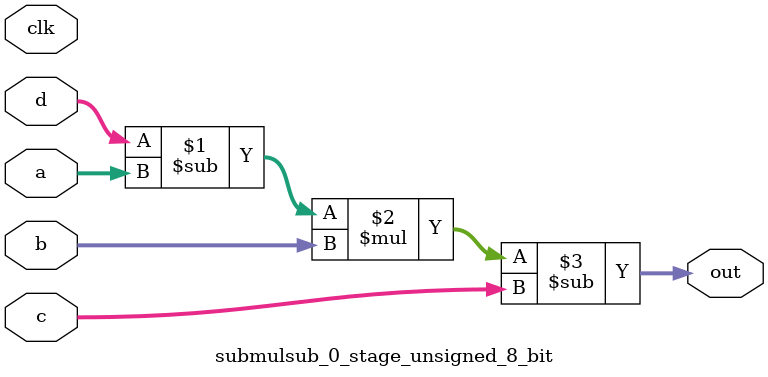
<source format=sv>
(* use_dsp = "yes" *) module submulsub_0_stage_unsigned_8_bit(
	input  [7:0] a,
	input  [7:0] b,
	input  [7:0] c,
	input  [7:0] d,
	output [7:0] out,
	input clk);

	assign out = ((d - a) * b) - c;
endmodule

</source>
